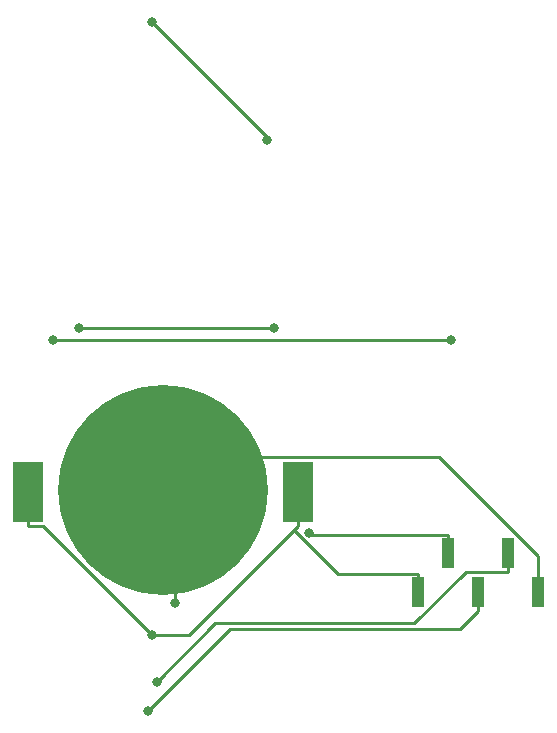
<source format=gbr>
G04 #@! TF.GenerationSoftware,KiCad,Pcbnew,5.0.1-33cea8e~68~ubuntu18.04.1*
G04 #@! TF.CreationDate,2018-11-21T15:29:58-05:00*
G04 #@! TF.ProjectId,Christmas_2018,4368726973746D61735F323031382E6B,A1*
G04 #@! TF.SameCoordinates,Original*
G04 #@! TF.FileFunction,Copper,L2,Bot,Signal*
G04 #@! TF.FilePolarity,Positive*
%FSLAX46Y46*%
G04 Gerber Fmt 4.6, Leading zero omitted, Abs format (unit mm)*
G04 Created by KiCad (PCBNEW 5.0.1-33cea8e~68~ubuntu18.04.1) date Wed 21 Nov 2018 03:29:58 PM EST*
%MOMM*%
%LPD*%
G01*
G04 APERTURE LIST*
G04 #@! TA.AperFunction,SMDPad,CuDef*
%ADD10R,2.540000X5.080000*%
G04 #@! TD*
G04 #@! TA.AperFunction,BGAPad,CuDef*
%ADD11C,17.780001*%
G04 #@! TD*
G04 #@! TA.AperFunction,SMDPad,CuDef*
%ADD12R,1.000000X2.510000*%
G04 #@! TD*
G04 #@! TA.AperFunction,ViaPad*
%ADD13C,0.800000*%
G04 #@! TD*
G04 #@! TA.AperFunction,Conductor*
%ADD14C,0.250000*%
G04 #@! TD*
G04 APERTURE END LIST*
D10*
G04 #@! TO.P,U2,1*
G04 #@! TO.N,VCC*
X121920000Y-108712000D03*
G04 #@! TO.P,U2,3*
X144780000Y-108712000D03*
D11*
G04 #@! TO.P,U2,2*
G04 #@! TO.N,GND*
X133350000Y-108585000D03*
G04 #@! TD*
D12*
G04 #@! TO.P,J1,5*
G04 #@! TO.N,GND*
X165100000Y-117225000D03*
G04 #@! TO.P,J1,3*
G04 #@! TO.N,/PA1*
X160020000Y-117225000D03*
G04 #@! TO.P,J1,1*
G04 #@! TO.N,VCC*
X154940000Y-117225000D03*
G04 #@! TO.P,J1,4*
G04 #@! TO.N,/RST*
X162560000Y-113915000D03*
G04 #@! TO.P,J1,2*
G04 #@! TO.N,/PA0*
X157480000Y-113915000D03*
G04 #@! TD*
D13*
G04 #@! TO.N,VCC*
X132400000Y-120819700D03*
G04 #@! TO.N,GND*
X134300000Y-118119100D03*
G04 #@! TO.N,Net-(D1-Pad1)*
X157708800Y-95843300D03*
X123995000Y-95843300D03*
G04 #@! TO.N,Net-(D11-Pad1)*
X142173300Y-78947600D03*
X132420000Y-68937200D03*
G04 #@! TO.N,Net-(D13-Pad1)*
X126195000Y-94803800D03*
X142705000Y-94803800D03*
G04 #@! TO.N,/RST*
X132794100Y-124776400D03*
G04 #@! TO.N,/PA1*
X132064300Y-127257000D03*
G04 #@! TO.N,/PA0*
X145715500Y-112176000D03*
G04 #@! TD*
D14*
G04 #@! TO.N,VCC*
X132400000Y-120819700D02*
X123157600Y-111577300D01*
X123157600Y-111577300D02*
X121920000Y-111577300D01*
X144434700Y-111922600D02*
X135537600Y-120819700D01*
X135537600Y-120819700D02*
X132400000Y-120819700D01*
X121920000Y-108712000D02*
X121920000Y-111577300D01*
X144434700Y-111922600D02*
X144780000Y-111577300D01*
X154940000Y-115644700D02*
X148156800Y-115644700D01*
X148156800Y-115644700D02*
X144434700Y-111922600D01*
X154940000Y-117225000D02*
X154940000Y-115644700D01*
X144780000Y-108712000D02*
X144780000Y-111577300D01*
G04 #@! TO.N,GND*
X134300000Y-109535000D02*
X133350000Y-108585000D01*
X134300000Y-118119100D02*
X134300000Y-109535000D01*
X134300000Y-109535000D02*
X138033700Y-105801300D01*
X138033700Y-105801300D02*
X156725500Y-105801300D01*
X156725500Y-105801300D02*
X165100000Y-114175800D01*
X165100000Y-114175800D02*
X165100000Y-117225000D01*
G04 #@! TO.N,Net-(D1-Pad1)*
X157708800Y-95843300D02*
X123995000Y-95843300D01*
G04 #@! TO.N,Net-(D11-Pad1)*
X142173300Y-78947600D02*
X142173300Y-78690500D01*
X142173300Y-78690500D02*
X132420000Y-68937200D01*
G04 #@! TO.N,Net-(D13-Pad1)*
X142705000Y-94803800D02*
X126195000Y-94803800D01*
G04 #@! TO.N,/RST*
X162560000Y-113915000D02*
X162560000Y-115495300D01*
X162560000Y-115495300D02*
X158979500Y-115495300D01*
X158979500Y-115495300D02*
X154610600Y-119864200D01*
X154610600Y-119864200D02*
X137706300Y-119864200D01*
X137706300Y-119864200D02*
X132794100Y-124776400D01*
G04 #@! TO.N,/PA1*
X160020000Y-117225000D02*
X160020000Y-118805300D01*
X160020000Y-118805300D02*
X158510700Y-120314600D01*
X158510700Y-120314600D02*
X139006700Y-120314600D01*
X139006700Y-120314600D02*
X132064300Y-127257000D01*
G04 #@! TO.N,/PA0*
X157480000Y-113915000D02*
X157480000Y-112334700D01*
X157480000Y-112334700D02*
X145874200Y-112334700D01*
X145874200Y-112334700D02*
X145715500Y-112176000D01*
G04 #@! TD*
M02*

</source>
